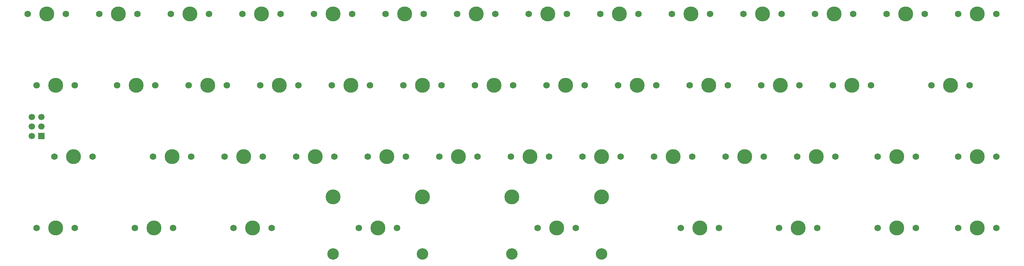
<source format=gts>
G04 #@! TF.GenerationSoftware,KiCad,Pcbnew,5.1.10*
G04 #@! TF.CreationDate,2021-06-29T01:20:19+09:00*
G04 #@! TF.ProjectId,bakeneko40,62616b65-6e65-46b6-9f34-302e6b696361,rev?*
G04 #@! TF.SameCoordinates,Original*
G04 #@! TF.FileFunction,Soldermask,Top*
G04 #@! TF.FilePolarity,Negative*
%FSLAX46Y46*%
G04 Gerber Fmt 4.6, Leading zero omitted, Abs format (unit mm)*
G04 Created by KiCad (PCBNEW 5.1.10) date 2021-06-29 01:20:19*
%MOMM*%
%LPD*%
G01*
G04 APERTURE LIST*
%ADD10C,3.987800*%
%ADD11C,1.750000*%
%ADD12C,3.048000*%
%ADD13R,1.700000X1.700000*%
%ADD14C,1.700000*%
G04 APERTURE END LIST*
D10*
G04 #@! TO.C,MX16*
X49212500Y-76200000D03*
D11*
X44132500Y-76200000D03*
X54292500Y-76200000D03*
G04 #@! TD*
D10*
G04 #@! TO.C,MX2*
X44450000Y-57150000D03*
D11*
X39370000Y-57150000D03*
X49530000Y-57150000D03*
G04 #@! TD*
D10*
G04 #@! TO.C,MX29*
X58737500Y-95250000D03*
D11*
X53657500Y-95250000D03*
X63817500Y-95250000D03*
G04 #@! TD*
D10*
G04 #@! TO.C,MX3*
X63500000Y-57150000D03*
D11*
X58420000Y-57150000D03*
X68580000Y-57150000D03*
G04 #@! TD*
D10*
G04 #@! TO.C,MX45*
X161131250Y-114300000D03*
D11*
X156051250Y-114300000D03*
X166211250Y-114300000D03*
D12*
X149225000Y-121285000D03*
X173037500Y-121285000D03*
D10*
X149225000Y-106045000D03*
X173037500Y-106045000D03*
G04 #@! TD*
G04 #@! TO.C,MX35*
X173037500Y-95250000D03*
D11*
X167957500Y-95250000D03*
X178117500Y-95250000D03*
G04 #@! TD*
D10*
G04 #@! TO.C,MX44*
X113506250Y-114300000D03*
D11*
X108426250Y-114300000D03*
X118586250Y-114300000D03*
D12*
X101600000Y-121285000D03*
X125412500Y-121285000D03*
D10*
X101600000Y-106045000D03*
X125412500Y-106045000D03*
G04 #@! TD*
G04 #@! TO.C,MX32*
X115887500Y-95250000D03*
D11*
X110807500Y-95250000D03*
X120967500Y-95250000D03*
G04 #@! TD*
D10*
G04 #@! TO.C,MX41*
X27781250Y-114300000D03*
D11*
X22701250Y-114300000D03*
X32861250Y-114300000D03*
G04 #@! TD*
D10*
G04 #@! TO.C,MX49*
X273050000Y-114300000D03*
D11*
X267970000Y-114300000D03*
X278130000Y-114300000D03*
G04 #@! TD*
D10*
G04 #@! TO.C,MX21*
X144462500Y-76200000D03*
D11*
X139382500Y-76200000D03*
X149542500Y-76200000D03*
G04 #@! TD*
D10*
G04 #@! TO.C,MX14*
X273050000Y-57150000D03*
D11*
X267970000Y-57150000D03*
X278130000Y-57150000D03*
G04 #@! TD*
D10*
G04 #@! TO.C,MX30*
X77787500Y-95250000D03*
D11*
X72707500Y-95250000D03*
X82867500Y-95250000D03*
G04 #@! TD*
D10*
G04 #@! TO.C,MX42*
X53975000Y-114300000D03*
D11*
X48895000Y-114300000D03*
X59055000Y-114300000D03*
G04 #@! TD*
D10*
G04 #@! TO.C,MX48*
X251618750Y-114300000D03*
D11*
X246538750Y-114300000D03*
X256698750Y-114300000D03*
G04 #@! TD*
D10*
G04 #@! TO.C,MX47*
X225425000Y-114300000D03*
D11*
X220345000Y-114300000D03*
X230505000Y-114300000D03*
G04 #@! TD*
D10*
G04 #@! TO.C,MX46*
X199231250Y-114300000D03*
D11*
X194151250Y-114300000D03*
X204311250Y-114300000D03*
G04 #@! TD*
D10*
G04 #@! TO.C,MX43*
X80168750Y-114300000D03*
D11*
X75088750Y-114300000D03*
X85248750Y-114300000D03*
G04 #@! TD*
D10*
G04 #@! TO.C,MX40*
X273050000Y-95250000D03*
D11*
X267970000Y-95250000D03*
X278130000Y-95250000D03*
G04 #@! TD*
D10*
G04 #@! TO.C,MX39*
X251618750Y-95250000D03*
D11*
X246538750Y-95250000D03*
X256698750Y-95250000D03*
G04 #@! TD*
D10*
G04 #@! TO.C,MX38*
X230187500Y-95250000D03*
D11*
X225107500Y-95250000D03*
X235267500Y-95250000D03*
G04 #@! TD*
D10*
G04 #@! TO.C,MX37*
X211137500Y-95250000D03*
D11*
X206057500Y-95250000D03*
X216217500Y-95250000D03*
G04 #@! TD*
D10*
G04 #@! TO.C,MX36*
X192087500Y-95250000D03*
D11*
X187007500Y-95250000D03*
X197167500Y-95250000D03*
G04 #@! TD*
D10*
G04 #@! TO.C,MX34*
X153987500Y-95250000D03*
D11*
X148907500Y-95250000D03*
X159067500Y-95250000D03*
G04 #@! TD*
D10*
G04 #@! TO.C,MX33*
X134937500Y-95250000D03*
D11*
X129857500Y-95250000D03*
X140017500Y-95250000D03*
G04 #@! TD*
D10*
G04 #@! TO.C,MX31*
X96837500Y-95250000D03*
D11*
X91757500Y-95250000D03*
X101917500Y-95250000D03*
G04 #@! TD*
D10*
G04 #@! TO.C,MX28*
X32543750Y-95250000D03*
D11*
X27463750Y-95250000D03*
X37623750Y-95250000D03*
G04 #@! TD*
D10*
G04 #@! TO.C,MX27*
X265906250Y-76200000D03*
D11*
X260826250Y-76200000D03*
X270986250Y-76200000D03*
G04 #@! TD*
D10*
G04 #@! TO.C,MX26*
X239712500Y-76200000D03*
D11*
X234632500Y-76200000D03*
X244792500Y-76200000D03*
G04 #@! TD*
D10*
G04 #@! TO.C,MX25*
X220662500Y-76200000D03*
D11*
X215582500Y-76200000D03*
X225742500Y-76200000D03*
G04 #@! TD*
D10*
G04 #@! TO.C,MX24*
X201612500Y-76200000D03*
D11*
X196532500Y-76200000D03*
X206692500Y-76200000D03*
G04 #@! TD*
D10*
G04 #@! TO.C,MX23*
X182562500Y-76200000D03*
D11*
X177482500Y-76200000D03*
X187642500Y-76200000D03*
G04 #@! TD*
D10*
G04 #@! TO.C,MX22*
X163512500Y-76200000D03*
D11*
X158432500Y-76200000D03*
X168592500Y-76200000D03*
G04 #@! TD*
D10*
G04 #@! TO.C,MX20*
X125412500Y-76200000D03*
D11*
X120332500Y-76200000D03*
X130492500Y-76200000D03*
G04 #@! TD*
D10*
G04 #@! TO.C,MX19*
X106362500Y-76200000D03*
D11*
X101282500Y-76200000D03*
X111442500Y-76200000D03*
G04 #@! TD*
D10*
G04 #@! TO.C,MX18*
X87312500Y-76200000D03*
D11*
X82232500Y-76200000D03*
X92392500Y-76200000D03*
G04 #@! TD*
D10*
G04 #@! TO.C,MX17*
X68262500Y-76200000D03*
D11*
X63182500Y-76200000D03*
X73342500Y-76200000D03*
G04 #@! TD*
D10*
G04 #@! TO.C,MX15*
X27781250Y-76200000D03*
D11*
X22701250Y-76200000D03*
X32861250Y-76200000D03*
G04 #@! TD*
D10*
G04 #@! TO.C,MX13*
X254000000Y-57150000D03*
D11*
X248920000Y-57150000D03*
X259080000Y-57150000D03*
G04 #@! TD*
D10*
G04 #@! TO.C,MX12*
X234950000Y-57150000D03*
D11*
X229870000Y-57150000D03*
X240030000Y-57150000D03*
G04 #@! TD*
D10*
G04 #@! TO.C,MX11*
X215900000Y-57150000D03*
D11*
X210820000Y-57150000D03*
X220980000Y-57150000D03*
G04 #@! TD*
D10*
G04 #@! TO.C,MX10*
X196850000Y-57150000D03*
D11*
X191770000Y-57150000D03*
X201930000Y-57150000D03*
G04 #@! TD*
D10*
G04 #@! TO.C,MX9*
X177800000Y-57150000D03*
D11*
X172720000Y-57150000D03*
X182880000Y-57150000D03*
G04 #@! TD*
D10*
G04 #@! TO.C,MX8*
X158750000Y-57150000D03*
D11*
X153670000Y-57150000D03*
X163830000Y-57150000D03*
G04 #@! TD*
D10*
G04 #@! TO.C,MX7*
X139700000Y-57150000D03*
D11*
X134620000Y-57150000D03*
X144780000Y-57150000D03*
G04 #@! TD*
D10*
G04 #@! TO.C,MX6*
X120650000Y-57150000D03*
D11*
X115570000Y-57150000D03*
X125730000Y-57150000D03*
G04 #@! TD*
D10*
G04 #@! TO.C,MX5*
X101600000Y-57150000D03*
D11*
X96520000Y-57150000D03*
X106680000Y-57150000D03*
G04 #@! TD*
D10*
G04 #@! TO.C,MX4*
X82550000Y-57150000D03*
D11*
X77470000Y-57150000D03*
X87630000Y-57150000D03*
G04 #@! TD*
D10*
G04 #@! TO.C,MX1*
X25400000Y-57150000D03*
D11*
X20320000Y-57150000D03*
X30480000Y-57150000D03*
G04 #@! TD*
D13*
G04 #@! TO.C,J2*
X23975000Y-89750000D03*
D14*
X21435000Y-89750000D03*
X23975000Y-87210000D03*
X21435000Y-87210000D03*
X23975000Y-84670000D03*
X21435000Y-84670000D03*
G04 #@! TD*
M02*

</source>
